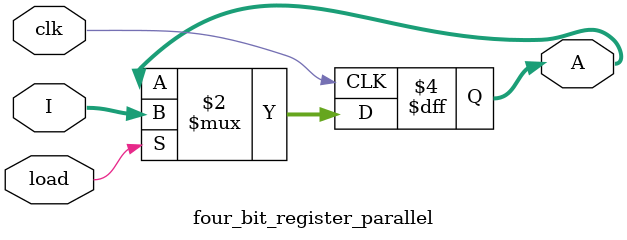
<source format=v>
module four_bit_register_parallel
(
	I,
	load,
	clk,
	A,
	
);

	input [3:0] I;
	input load, clk;
	output reg [3:0] A;

	always @(posedge clk)
	begin
		if(load)
			A <= I;
	end

endmodule

</source>
